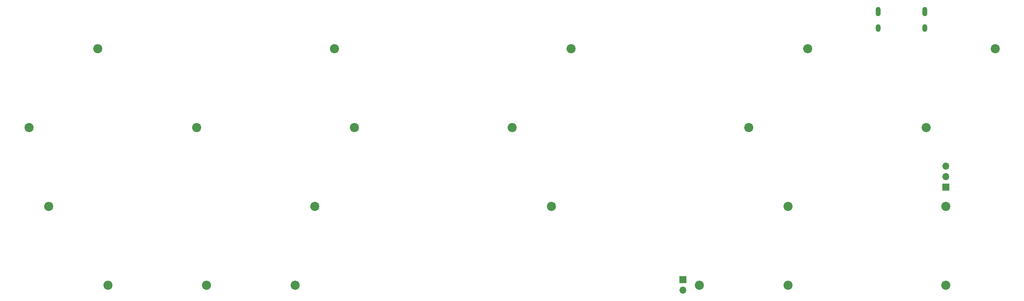
<source format=gbr>
%TF.GenerationSoftware,KiCad,Pcbnew,8.0.5*%
%TF.CreationDate,2024-12-22T15:25:04+01:00*%
%TF.ProjectId,toprevan V2,746f7072-6576-4616-9e20-56322e6b6963,rev?*%
%TF.SameCoordinates,Original*%
%TF.FileFunction,Soldermask,Top*%
%TF.FilePolarity,Negative*%
%FSLAX46Y46*%
G04 Gerber Fmt 4.6, Leading zero omitted, Abs format (unit mm)*
G04 Created by KiCad (PCBNEW 8.0.5) date 2024-12-22 15:25:04*
%MOMM*%
%LPD*%
G01*
G04 APERTURE LIST*
%ADD10C,2.200000*%
%ADD11R,1.700000X1.700000*%
%ADD12O,1.700000X1.700000*%
%ADD13O,1.200000X2.250000*%
%ADD14O,1.200000X1.850000*%
G04 APERTURE END LIST*
D10*
%TO.C,H3*%
X156368750Y-30956250D03*
%TD*%
%TO.C,H18*%
X68262500Y-88106250D03*
%TD*%
%TO.C,H22*%
X246856250Y-88106250D03*
%TD*%
%TO.C,H9*%
X142081250Y-50006250D03*
%TD*%
%TO.C,H4*%
X213518750Y-30956250D03*
%TD*%
%TO.C,H15*%
X208756250Y-69056250D03*
%TD*%
%TO.C,H14*%
X151606250Y-69056250D03*
%TD*%
%TO.C,H12*%
X30162500Y-69056250D03*
%TD*%
%TO.C,H21*%
X208756250Y-88106250D03*
%TD*%
%TO.C,H20*%
X187325000Y-88106250D03*
%TD*%
D11*
%TO.C,SW1*%
X183356250Y-86831250D03*
D12*
X183356250Y-89371250D03*
%TD*%
D10*
%TO.C,H16*%
X246856250Y-69056250D03*
%TD*%
%TO.C,H13*%
X94456250Y-69056250D03*
%TD*%
%TO.C,H5*%
X258762500Y-30956250D03*
%TD*%
%TO.C,H7*%
X65881250Y-50006250D03*
%TD*%
%TO.C,H6*%
X25400000Y-50006250D03*
%TD*%
%TO.C,H10*%
X199231250Y-50006250D03*
%TD*%
%TO.C,H17*%
X44450000Y-88106250D03*
%TD*%
%TO.C,H1*%
X42068750Y-30956250D03*
%TD*%
%TO.C,H19*%
X89693750Y-88106250D03*
%TD*%
%TO.C,H8*%
X103981250Y-50006250D03*
%TD*%
%TO.C,H11*%
X242093750Y-50006250D03*
%TD*%
%TO.C,H2*%
X99218750Y-30956250D03*
%TD*%
D11*
%TO.C,J4*%
X246856250Y-64452500D03*
D12*
X246856250Y-61912500D03*
X246856250Y-59372500D03*
%TD*%
D13*
%TO.C,J5*%
X230504750Y-22030750D03*
D14*
X230504750Y-26030750D03*
D13*
X241744750Y-22030750D03*
D14*
X241744750Y-26030750D03*
%TD*%
M02*

</source>
